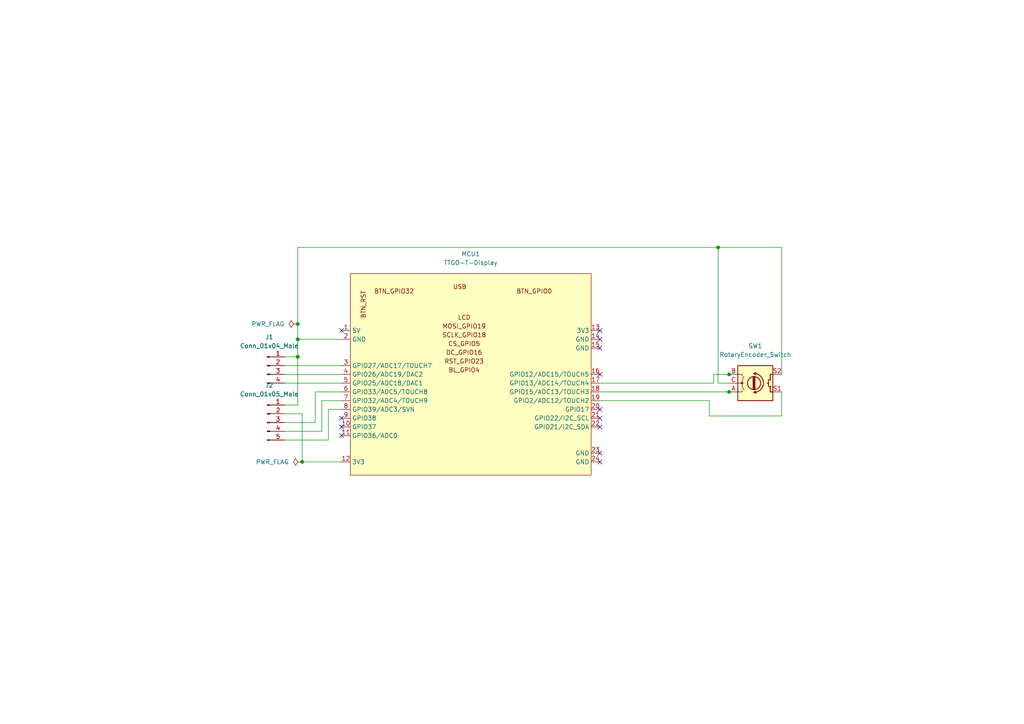
<source format=kicad_sch>
(kicad_sch (version 20211123) (generator eeschema)

  (uuid cb79251f-50f8-4e7e-943f-9d11b96f14f6)

  (paper "A4")

  (lib_symbols
    (symbol "Connector:Conn_01x04_Male" (pin_names (offset 1.016) hide) (in_bom yes) (on_board yes)
      (property "Reference" "J" (id 0) (at 0 5.08 0)
        (effects (font (size 1.27 1.27)))
      )
      (property "Value" "Conn_01x04_Male" (id 1) (at 0 -7.62 0)
        (effects (font (size 1.27 1.27)))
      )
      (property "Footprint" "" (id 2) (at 0 0 0)
        (effects (font (size 1.27 1.27)) hide)
      )
      (property "Datasheet" "~" (id 3) (at 0 0 0)
        (effects (font (size 1.27 1.27)) hide)
      )
      (property "ki_keywords" "connector" (id 4) (at 0 0 0)
        (effects (font (size 1.27 1.27)) hide)
      )
      (property "ki_description" "Generic connector, single row, 01x04, script generated (kicad-library-utils/schlib/autogen/connector/)" (id 5) (at 0 0 0)
        (effects (font (size 1.27 1.27)) hide)
      )
      (property "ki_fp_filters" "Connector*:*_1x??_*" (id 6) (at 0 0 0)
        (effects (font (size 1.27 1.27)) hide)
      )
      (symbol "Conn_01x04_Male_1_1"
        (polyline
          (pts
            (xy 1.27 -5.08)
            (xy 0.8636 -5.08)
          )
          (stroke (width 0.1524) (type default) (color 0 0 0 0))
          (fill (type none))
        )
        (polyline
          (pts
            (xy 1.27 -2.54)
            (xy 0.8636 -2.54)
          )
          (stroke (width 0.1524) (type default) (color 0 0 0 0))
          (fill (type none))
        )
        (polyline
          (pts
            (xy 1.27 0)
            (xy 0.8636 0)
          )
          (stroke (width 0.1524) (type default) (color 0 0 0 0))
          (fill (type none))
        )
        (polyline
          (pts
            (xy 1.27 2.54)
            (xy 0.8636 2.54)
          )
          (stroke (width 0.1524) (type default) (color 0 0 0 0))
          (fill (type none))
        )
        (rectangle (start 0.8636 -4.953) (end 0 -5.207)
          (stroke (width 0.1524) (type default) (color 0 0 0 0))
          (fill (type outline))
        )
        (rectangle (start 0.8636 -2.413) (end 0 -2.667)
          (stroke (width 0.1524) (type default) (color 0 0 0 0))
          (fill (type outline))
        )
        (rectangle (start 0.8636 0.127) (end 0 -0.127)
          (stroke (width 0.1524) (type default) (color 0 0 0 0))
          (fill (type outline))
        )
        (rectangle (start 0.8636 2.667) (end 0 2.413)
          (stroke (width 0.1524) (type default) (color 0 0 0 0))
          (fill (type outline))
        )
        (pin passive line (at 5.08 2.54 180) (length 3.81)
          (name "Pin_1" (effects (font (size 1.27 1.27))))
          (number "1" (effects (font (size 1.27 1.27))))
        )
        (pin passive line (at 5.08 0 180) (length 3.81)
          (name "Pin_2" (effects (font (size 1.27 1.27))))
          (number "2" (effects (font (size 1.27 1.27))))
        )
        (pin passive line (at 5.08 -2.54 180) (length 3.81)
          (name "Pin_3" (effects (font (size 1.27 1.27))))
          (number "3" (effects (font (size 1.27 1.27))))
        )
        (pin passive line (at 5.08 -5.08 180) (length 3.81)
          (name "Pin_4" (effects (font (size 1.27 1.27))))
          (number "4" (effects (font (size 1.27 1.27))))
        )
      )
    )
    (symbol "Connector:Conn_01x05_Male" (pin_names (offset 1.016) hide) (in_bom yes) (on_board yes)
      (property "Reference" "J" (id 0) (at 0 7.62 0)
        (effects (font (size 1.27 1.27)))
      )
      (property "Value" "Conn_01x05_Male" (id 1) (at 0 -7.62 0)
        (effects (font (size 1.27 1.27)))
      )
      (property "Footprint" "" (id 2) (at 0 0 0)
        (effects (font (size 1.27 1.27)) hide)
      )
      (property "Datasheet" "~" (id 3) (at 0 0 0)
        (effects (font (size 1.27 1.27)) hide)
      )
      (property "ki_keywords" "connector" (id 4) (at 0 0 0)
        (effects (font (size 1.27 1.27)) hide)
      )
      (property "ki_description" "Generic connector, single row, 01x05, script generated (kicad-library-utils/schlib/autogen/connector/)" (id 5) (at 0 0 0)
        (effects (font (size 1.27 1.27)) hide)
      )
      (property "ki_fp_filters" "Connector*:*_1x??_*" (id 6) (at 0 0 0)
        (effects (font (size 1.27 1.27)) hide)
      )
      (symbol "Conn_01x05_Male_1_1"
        (polyline
          (pts
            (xy 1.27 -5.08)
            (xy 0.8636 -5.08)
          )
          (stroke (width 0.1524) (type default) (color 0 0 0 0))
          (fill (type none))
        )
        (polyline
          (pts
            (xy 1.27 -2.54)
            (xy 0.8636 -2.54)
          )
          (stroke (width 0.1524) (type default) (color 0 0 0 0))
          (fill (type none))
        )
        (polyline
          (pts
            (xy 1.27 0)
            (xy 0.8636 0)
          )
          (stroke (width 0.1524) (type default) (color 0 0 0 0))
          (fill (type none))
        )
        (polyline
          (pts
            (xy 1.27 2.54)
            (xy 0.8636 2.54)
          )
          (stroke (width 0.1524) (type default) (color 0 0 0 0))
          (fill (type none))
        )
        (polyline
          (pts
            (xy 1.27 5.08)
            (xy 0.8636 5.08)
          )
          (stroke (width 0.1524) (type default) (color 0 0 0 0))
          (fill (type none))
        )
        (rectangle (start 0.8636 -4.953) (end 0 -5.207)
          (stroke (width 0.1524) (type default) (color 0 0 0 0))
          (fill (type outline))
        )
        (rectangle (start 0.8636 -2.413) (end 0 -2.667)
          (stroke (width 0.1524) (type default) (color 0 0 0 0))
          (fill (type outline))
        )
        (rectangle (start 0.8636 0.127) (end 0 -0.127)
          (stroke (width 0.1524) (type default) (color 0 0 0 0))
          (fill (type outline))
        )
        (rectangle (start 0.8636 2.667) (end 0 2.413)
          (stroke (width 0.1524) (type default) (color 0 0 0 0))
          (fill (type outline))
        )
        (rectangle (start 0.8636 5.207) (end 0 4.953)
          (stroke (width 0.1524) (type default) (color 0 0 0 0))
          (fill (type outline))
        )
        (pin passive line (at 5.08 5.08 180) (length 3.81)
          (name "Pin_1" (effects (font (size 1.27 1.27))))
          (number "1" (effects (font (size 1.27 1.27))))
        )
        (pin passive line (at 5.08 2.54 180) (length 3.81)
          (name "Pin_2" (effects (font (size 1.27 1.27))))
          (number "2" (effects (font (size 1.27 1.27))))
        )
        (pin passive line (at 5.08 0 180) (length 3.81)
          (name "Pin_3" (effects (font (size 1.27 1.27))))
          (number "3" (effects (font (size 1.27 1.27))))
        )
        (pin passive line (at 5.08 -2.54 180) (length 3.81)
          (name "Pin_4" (effects (font (size 1.27 1.27))))
          (number "4" (effects (font (size 1.27 1.27))))
        )
        (pin passive line (at 5.08 -5.08 180) (length 3.81)
          (name "Pin_5" (effects (font (size 1.27 1.27))))
          (number "5" (effects (font (size 1.27 1.27))))
        )
      )
    )
    (symbol "Device:RotaryEncoder_Switch" (pin_names (offset 0.254) hide) (in_bom yes) (on_board yes)
      (property "Reference" "SW" (id 0) (at 0 6.604 0)
        (effects (font (size 1.27 1.27)))
      )
      (property "Value" "RotaryEncoder_Switch" (id 1) (at 0 -6.604 0)
        (effects (font (size 1.27 1.27)))
      )
      (property "Footprint" "" (id 2) (at -3.81 4.064 0)
        (effects (font (size 1.27 1.27)) hide)
      )
      (property "Datasheet" "~" (id 3) (at 0 6.604 0)
        (effects (font (size 1.27 1.27)) hide)
      )
      (property "ki_keywords" "rotary switch encoder switch push button" (id 4) (at 0 0 0)
        (effects (font (size 1.27 1.27)) hide)
      )
      (property "ki_description" "Rotary encoder, dual channel, incremental quadrate outputs, with switch" (id 5) (at 0 0 0)
        (effects (font (size 1.27 1.27)) hide)
      )
      (property "ki_fp_filters" "RotaryEncoder*Switch*" (id 6) (at 0 0 0)
        (effects (font (size 1.27 1.27)) hide)
      )
      (symbol "RotaryEncoder_Switch_0_1"
        (rectangle (start -5.08 5.08) (end 5.08 -5.08)
          (stroke (width 0.254) (type default) (color 0 0 0 0))
          (fill (type background))
        )
        (circle (center -3.81 0) (radius 0.254)
          (stroke (width 0) (type default) (color 0 0 0 0))
          (fill (type outline))
        )
        (arc (start -0.381 -2.794) (mid 2.3622 -0.0508) (end -0.381 2.667)
          (stroke (width 0.254) (type default) (color 0 0 0 0))
          (fill (type none))
        )
        (circle (center -0.381 0) (radius 1.905)
          (stroke (width 0.254) (type default) (color 0 0 0 0))
          (fill (type none))
        )
        (polyline
          (pts
            (xy -0.635 -1.778)
            (xy -0.635 1.778)
          )
          (stroke (width 0.254) (type default) (color 0 0 0 0))
          (fill (type none))
        )
        (polyline
          (pts
            (xy -0.381 -1.778)
            (xy -0.381 1.778)
          )
          (stroke (width 0.254) (type default) (color 0 0 0 0))
          (fill (type none))
        )
        (polyline
          (pts
            (xy -0.127 1.778)
            (xy -0.127 -1.778)
          )
          (stroke (width 0.254) (type default) (color 0 0 0 0))
          (fill (type none))
        )
        (polyline
          (pts
            (xy 3.81 0)
            (xy 3.429 0)
          )
          (stroke (width 0.254) (type default) (color 0 0 0 0))
          (fill (type none))
        )
        (polyline
          (pts
            (xy 3.81 1.016)
            (xy 3.81 -1.016)
          )
          (stroke (width 0.254) (type default) (color 0 0 0 0))
          (fill (type none))
        )
        (polyline
          (pts
            (xy -5.08 -2.54)
            (xy -3.81 -2.54)
            (xy -3.81 -2.032)
          )
          (stroke (width 0) (type default) (color 0 0 0 0))
          (fill (type none))
        )
        (polyline
          (pts
            (xy -5.08 2.54)
            (xy -3.81 2.54)
            (xy -3.81 2.032)
          )
          (stroke (width 0) (type default) (color 0 0 0 0))
          (fill (type none))
        )
        (polyline
          (pts
            (xy 0.254 -3.048)
            (xy -0.508 -2.794)
            (xy 0.127 -2.413)
          )
          (stroke (width 0.254) (type default) (color 0 0 0 0))
          (fill (type none))
        )
        (polyline
          (pts
            (xy 0.254 2.921)
            (xy -0.508 2.667)
            (xy 0.127 2.286)
          )
          (stroke (width 0.254) (type default) (color 0 0 0 0))
          (fill (type none))
        )
        (polyline
          (pts
            (xy 5.08 -2.54)
            (xy 4.318 -2.54)
            (xy 4.318 -1.016)
          )
          (stroke (width 0.254) (type default) (color 0 0 0 0))
          (fill (type none))
        )
        (polyline
          (pts
            (xy 5.08 2.54)
            (xy 4.318 2.54)
            (xy 4.318 1.016)
          )
          (stroke (width 0.254) (type default) (color 0 0 0 0))
          (fill (type none))
        )
        (polyline
          (pts
            (xy -5.08 0)
            (xy -3.81 0)
            (xy -3.81 -1.016)
            (xy -3.302 -2.032)
          )
          (stroke (width 0) (type default) (color 0 0 0 0))
          (fill (type none))
        )
        (polyline
          (pts
            (xy -4.318 0)
            (xy -3.81 0)
            (xy -3.81 1.016)
            (xy -3.302 2.032)
          )
          (stroke (width 0) (type default) (color 0 0 0 0))
          (fill (type none))
        )
        (circle (center 4.318 -1.016) (radius 0.127)
          (stroke (width 0.254) (type default) (color 0 0 0 0))
          (fill (type none))
        )
        (circle (center 4.318 1.016) (radius 0.127)
          (stroke (width 0.254) (type default) (color 0 0 0 0))
          (fill (type none))
        )
      )
      (symbol "RotaryEncoder_Switch_1_1"
        (pin passive line (at -7.62 2.54 0) (length 2.54)
          (name "A" (effects (font (size 1.27 1.27))))
          (number "A" (effects (font (size 1.27 1.27))))
        )
        (pin passive line (at -7.62 -2.54 0) (length 2.54)
          (name "B" (effects (font (size 1.27 1.27))))
          (number "B" (effects (font (size 1.27 1.27))))
        )
        (pin passive line (at -7.62 0 0) (length 2.54)
          (name "C" (effects (font (size 1.27 1.27))))
          (number "C" (effects (font (size 1.27 1.27))))
        )
        (pin passive line (at 7.62 2.54 180) (length 2.54)
          (name "S1" (effects (font (size 1.27 1.27))))
          (number "S1" (effects (font (size 1.27 1.27))))
        )
        (pin passive line (at 7.62 -2.54 180) (length 2.54)
          (name "S2" (effects (font (size 1.27 1.27))))
          (number "S2" (effects (font (size 1.27 1.27))))
        )
      )
    )
    (symbol "TTGO_T_Display:TTGO-T-Display" (in_bom yes) (on_board yes)
      (property "Reference" "MCU" (id 0) (at 0 0 0)
        (effects (font (size 1.27 1.27)))
      )
      (property "Value" "TTGO-T-Display" (id 1) (at 0 2.54 0)
        (effects (font (size 1.27 1.27)))
      )
      (property "Footprint" "TTGO_T_Display:TTGO-T-Display" (id 2) (at 0 0 0)
        (effects (font (size 1.27 1.27)) hide)
      )
      (property "Datasheet" "" (id 3) (at 0 0 0)
        (effects (font (size 1.27 1.27)) hide)
      )
      (symbol "TTGO-T-Display_0_0"
        (text "BL_GPIO4" (at 1.27 -30.48 0)
          (effects (font (size 1.27 1.27)))
        )
        (text "BTN_GPIO0" (at 21.59 -7.62 0)
          (effects (font (size 1.27 1.27)))
        )
        (text "BTN_GPIO32" (at -19.05 -7.62 0)
          (effects (font (size 1.27 1.27)))
        )
        (text "BTN_RST" (at -27.94 -11.43 900)
          (effects (font (size 1.27 1.27)))
        )
        (text "CS_GPIO5" (at 1.27 -22.86 0)
          (effects (font (size 1.27 1.27)))
        )
        (text "DC_GPIO16" (at 1.27 -25.4 0)
          (effects (font (size 1.27 1.27)))
        )
        (text "LCD" (at 1.27 -15.24 0)
          (effects (font (size 1.27 1.27)))
        )
        (text "MOSI_GPIO19" (at 1.27 -17.78 0)
          (effects (font (size 1.27 1.27)))
        )
        (text "RST_GPIO23" (at 1.27 -27.94 0)
          (effects (font (size 1.27 1.27)))
        )
        (text "SCLK_GPIO18" (at 1.27 -20.32 0)
          (effects (font (size 1.27 1.27)))
        )
        (text "USB" (at 0 -6.35 0)
          (effects (font (size 1.27 1.27)))
        )
      )
      (symbol "TTGO-T-Display_0_1"
        (rectangle (start -31.75 -2.54) (end 38.1 -60.96)
          (stroke (width 0) (type default) (color 0 0 0 0))
          (fill (type background))
        )
      )
      (symbol "TTGO-T-Display_1_1"
        (pin power_in line (at -34.29 -19.05 0) (length 2.54)
          (name "5V" (effects (font (size 1.27 1.27))))
          (number "1" (effects (font (size 1.27 1.27))))
        )
        (pin bidirectional line (at -34.29 -46.99 0) (length 2.54)
          (name "GPIO37" (effects (font (size 1.27 1.27))))
          (number "10" (effects (font (size 1.27 1.27))))
        )
        (pin bidirectional line (at -34.29 -49.53 0) (length 2.54)
          (name "GPIO36/ADC0" (effects (font (size 1.27 1.27))))
          (number "11" (effects (font (size 1.27 1.27))))
        )
        (pin power_in line (at -34.29 -57.15 0) (length 2.54)
          (name "3V3" (effects (font (size 1.27 1.27))))
          (number "12" (effects (font (size 1.27 1.27))))
        )
        (pin power_in line (at 40.64 -19.05 180) (length 2.54)
          (name "3V3" (effects (font (size 1.27 1.27))))
          (number "13" (effects (font (size 1.27 1.27))))
        )
        (pin power_in line (at 40.64 -21.59 180) (length 2.54)
          (name "GND" (effects (font (size 1.27 1.27))))
          (number "14" (effects (font (size 1.27 1.27))))
        )
        (pin power_in line (at 40.64 -24.13 180) (length 2.54)
          (name "GND" (effects (font (size 1.27 1.27))))
          (number "15" (effects (font (size 1.27 1.27))))
        )
        (pin bidirectional line (at 40.64 -31.75 180) (length 2.54)
          (name "GPIO12/ADC15/TOUCH5" (effects (font (size 1.27 1.27))))
          (number "16" (effects (font (size 1.27 1.27))))
        )
        (pin bidirectional line (at 40.64 -34.29 180) (length 2.54)
          (name "GPIO13/ADC14/TOUCH4" (effects (font (size 1.27 1.27))))
          (number "17" (effects (font (size 1.27 1.27))))
        )
        (pin bidirectional line (at 40.64 -36.83 180) (length 2.54)
          (name "GPIO15/ADC13/TOUCH3" (effects (font (size 1.27 1.27))))
          (number "18" (effects (font (size 1.27 1.27))))
        )
        (pin bidirectional line (at 40.64 -39.37 180) (length 2.54)
          (name "GPIO2/ADC12/TOUCH2" (effects (font (size 1.27 1.27))))
          (number "19" (effects (font (size 1.27 1.27))))
        )
        (pin power_in line (at -34.29 -21.59 0) (length 2.54)
          (name "GND" (effects (font (size 1.27 1.27))))
          (number "2" (effects (font (size 1.27 1.27))))
        )
        (pin bidirectional line (at 40.64 -41.91 180) (length 2.54)
          (name "GPIO17" (effects (font (size 1.27 1.27))))
          (number "20" (effects (font (size 1.27 1.27))))
        )
        (pin bidirectional line (at 40.64 -44.45 180) (length 2.54)
          (name "GPIO22/I2C_SCL" (effects (font (size 1.27 1.27))))
          (number "21" (effects (font (size 1.27 1.27))))
        )
        (pin bidirectional line (at 40.64 -46.99 180) (length 2.54)
          (name "GPIO21/I2C_SDA" (effects (font (size 1.27 1.27))))
          (number "22" (effects (font (size 1.27 1.27))))
        )
        (pin power_in line (at 40.64 -54.61 180) (length 2.54)
          (name "GND" (effects (font (size 1.27 1.27))))
          (number "23" (effects (font (size 1.27 1.27))))
        )
        (pin power_in line (at 40.64 -57.15 180) (length 2.54)
          (name "GND" (effects (font (size 1.27 1.27))))
          (number "24" (effects (font (size 1.27 1.27))))
        )
        (pin bidirectional line (at -34.29 -29.21 0) (length 2.54)
          (name "GPIO27/ADC17/TOUCH7" (effects (font (size 1.27 1.27))))
          (number "3" (effects (font (size 1.27 1.27))))
        )
        (pin bidirectional line (at -34.29 -31.75 0) (length 2.54)
          (name "GPIO26/ADC19/DAC2" (effects (font (size 1.27 1.27))))
          (number "4" (effects (font (size 1.27 1.27))))
        )
        (pin bidirectional line (at -34.29 -34.29 0) (length 2.54)
          (name "GPIO25/ADC18/DAC1" (effects (font (size 1.27 1.27))))
          (number "5" (effects (font (size 1.27 1.27))))
        )
        (pin bidirectional line (at -34.29 -36.83 0) (length 2.54)
          (name "GPIO33/ADC5/TOUCH8" (effects (font (size 1.27 1.27))))
          (number "6" (effects (font (size 1.27 1.27))))
        )
        (pin bidirectional line (at -34.29 -39.37 0) (length 2.54)
          (name "GPIO32/ADC4/TOUCH9" (effects (font (size 1.27 1.27))))
          (number "7" (effects (font (size 1.27 1.27))))
        )
        (pin bidirectional line (at -34.29 -41.91 0) (length 2.54)
          (name "GPIO39/ADC3/SVN" (effects (font (size 1.27 1.27))))
          (number "8" (effects (font (size 1.27 1.27))))
        )
        (pin bidirectional line (at -34.29 -44.45 0) (length 2.54)
          (name "GPIO38" (effects (font (size 1.27 1.27))))
          (number "9" (effects (font (size 1.27 1.27))))
        )
      )
    )
    (symbol "power:PWR_FLAG" (power) (pin_numbers hide) (pin_names (offset 0) hide) (in_bom yes) (on_board yes)
      (property "Reference" "#FLG" (id 0) (at 0 1.905 0)
        (effects (font (size 1.27 1.27)) hide)
      )
      (property "Value" "PWR_FLAG" (id 1) (at 0 3.81 0)
        (effects (font (size 1.27 1.27)))
      )
      (property "Footprint" "" (id 2) (at 0 0 0)
        (effects (font (size 1.27 1.27)) hide)
      )
      (property "Datasheet" "~" (id 3) (at 0 0 0)
        (effects (font (size 1.27 1.27)) hide)
      )
      (property "ki_keywords" "power-flag" (id 4) (at 0 0 0)
        (effects (font (size 1.27 1.27)) hide)
      )
      (property "ki_description" "Special symbol for telling ERC where power comes from" (id 5) (at 0 0 0)
        (effects (font (size 1.27 1.27)) hide)
      )
      (symbol "PWR_FLAG_0_0"
        (pin power_out line (at 0 0 90) (length 0)
          (name "pwr" (effects (font (size 1.27 1.27))))
          (number "1" (effects (font (size 1.27 1.27))))
        )
      )
      (symbol "PWR_FLAG_0_1"
        (polyline
          (pts
            (xy 0 0)
            (xy 0 1.27)
            (xy -1.016 1.905)
            (xy 0 2.54)
            (xy 1.016 1.905)
            (xy 0 1.27)
          )
          (stroke (width 0) (type default) (color 0 0 0 0))
          (fill (type none))
        )
      )
    )
  )

  (junction (at 211.455 113.665) (diameter 0) (color 0 0 0 0)
    (uuid 022b44bf-f02a-482c-88b4-082cce02d831)
  )
  (junction (at 86.36 93.98) (diameter 0) (color 0 0 0 0)
    (uuid 8d7b8531-385a-4be5-813b-73790f2e63c1)
  )
  (junction (at 208.28 71.755) (diameter 0) (color 0 0 0 0)
    (uuid 8df44332-a6eb-4172-a745-6b18f13c368e)
  )
  (junction (at 86.36 98.425) (diameter 0) (color 0 0 0 0)
    (uuid 9edf60e6-a1bc-4461-b981-4d5bd0b2ab92)
  )
  (junction (at 87.63 133.985) (diameter 0) (color 0 0 0 0)
    (uuid a8c82aeb-fd88-4ce2-ae5e-8ccee91302f1)
  )
  (junction (at 86.36 103.505) (diameter 0) (color 0 0 0 0)
    (uuid c9237b6c-b954-49d3-9bef-6a8a399b1838)
  )
  (junction (at 211.455 108.585) (diameter 0) (color 0 0 0 0)
    (uuid f46af72d-71f4-40aa-a7bb-416ddeaa9383)
  )

  (no_connect (at 173.99 133.985) (uuid d2e63c54-0be8-4839-a89e-fc209675935f))
  (no_connect (at 99.06 126.365) (uuid d2e63c54-0be8-4839-a89e-fc209675935f))
  (no_connect (at 99.06 123.825) (uuid d2e63c54-0be8-4839-a89e-fc209675935f))
  (no_connect (at 99.06 121.285) (uuid d2e63c54-0be8-4839-a89e-fc209675935f))
  (no_connect (at 173.99 95.885) (uuid d2e63c54-0be8-4839-a89e-fc209675935f))
  (no_connect (at 99.06 95.885) (uuid d2e63c54-0be8-4839-a89e-fc209675935f))
  (no_connect (at 173.99 108.585) (uuid d2e63c54-0be8-4839-a89e-fc209675935f))
  (no_connect (at 173.99 98.425) (uuid d2e63c54-0be8-4839-a89e-fc209675935f))
  (no_connect (at 173.99 100.965) (uuid d2e63c54-0be8-4839-a89e-fc209675935f))
  (no_connect (at 173.99 118.745) (uuid d2e63c54-0be8-4839-a89e-fc209675935f))
  (no_connect (at 173.99 121.285) (uuid d2e63c54-0be8-4839-a89e-fc209675935f))
  (no_connect (at 173.99 123.825) (uuid d2e63c54-0be8-4839-a89e-fc209675935f))
  (no_connect (at 173.99 131.445) (uuid d2e63c54-0be8-4839-a89e-fc209675935f))

  (wire (pts (xy 82.55 127.635) (xy 95.25 127.635))
    (stroke (width 0) (type default) (color 0 0 0 0))
    (uuid 007b20cc-cb6a-4563-8002-7484c78f282d)
  )
  (wire (pts (xy 211.455 108.585) (xy 212.09 108.585))
    (stroke (width 0) (type default) (color 0 0 0 0))
    (uuid 09159498-c025-435e-9a52-df16f26dc7ca)
  )
  (wire (pts (xy 173.99 116.205) (xy 205.74 116.205))
    (stroke (width 0) (type default) (color 0 0 0 0))
    (uuid 0a6e3c06-4953-468c-a374-be46542396b0)
  )
  (wire (pts (xy 87.63 133.985) (xy 99.06 133.985))
    (stroke (width 0) (type default) (color 0 0 0 0))
    (uuid 10c84082-c56b-48c6-aff0-7ef11100fee7)
  )
  (wire (pts (xy 226.695 108.585) (xy 226.695 71.755))
    (stroke (width 0) (type default) (color 0 0 0 0))
    (uuid 18803cae-7e76-45f1-8373-fbd2700eed5a)
  )
  (wire (pts (xy 91.44 122.555) (xy 91.44 113.665))
    (stroke (width 0) (type default) (color 0 0 0 0))
    (uuid 18bfe7b0-a269-4635-b77c-b3bf43edefe6)
  )
  (wire (pts (xy 173.99 113.665) (xy 211.455 113.665))
    (stroke (width 0) (type default) (color 0 0 0 0))
    (uuid 19aa8e20-0f6c-4866-9144-a644b0918973)
  )
  (wire (pts (xy 87.63 120.015) (xy 87.63 133.985))
    (stroke (width 0) (type default) (color 0 0 0 0))
    (uuid 1dd122ba-fdf5-4e39-8083-16e80ecfc01b)
  )
  (wire (pts (xy 86.36 103.505) (xy 86.36 117.475))
    (stroke (width 0) (type default) (color 0 0 0 0))
    (uuid 2d343401-d8b1-47c0-8cc2-770d8d9b8acb)
  )
  (wire (pts (xy 208.28 71.755) (xy 86.36 71.755))
    (stroke (width 0) (type default) (color 0 0 0 0))
    (uuid 3b3b9416-275f-45c6-8b8e-48b3ed027067)
  )
  (wire (pts (xy 205.74 116.205) (xy 205.74 120.65))
    (stroke (width 0) (type default) (color 0 0 0 0))
    (uuid 497dfbcb-9f85-486d-8048-463e6fc444c5)
  )
  (wire (pts (xy 207.01 111.125) (xy 207.01 108.585))
    (stroke (width 0) (type default) (color 0 0 0 0))
    (uuid 5707d82b-31b4-4ee7-a829-66b514467353)
  )
  (wire (pts (xy 86.36 93.98) (xy 86.36 98.425))
    (stroke (width 0) (type default) (color 0 0 0 0))
    (uuid 5d693f7c-c394-4bed-9a05-bb418bd9caa2)
  )
  (wire (pts (xy 173.99 111.125) (xy 207.01 111.125))
    (stroke (width 0) (type default) (color 0 0 0 0))
    (uuid 5ecbfe20-d7b8-4bab-904d-f1833687187c)
  )
  (wire (pts (xy 86.36 71.755) (xy 86.36 93.98))
    (stroke (width 0) (type default) (color 0 0 0 0))
    (uuid 6071681c-8ef6-4eb3-8698-e10df4efe41c)
  )
  (wire (pts (xy 82.55 125.095) (xy 93.345 125.095))
    (stroke (width 0) (type default) (color 0 0 0 0))
    (uuid 6092f54c-0276-428e-b1e5-d46ff0b14597)
  )
  (wire (pts (xy 211.455 111.125) (xy 208.28 111.125))
    (stroke (width 0) (type default) (color 0 0 0 0))
    (uuid 6cd3dd6b-7adc-4120-8922-12a723eea361)
  )
  (wire (pts (xy 95.25 118.745) (xy 99.06 118.745))
    (stroke (width 0) (type default) (color 0 0 0 0))
    (uuid 735a3f1e-3b48-4f0b-95f4-804bde7ccaf1)
  )
  (wire (pts (xy 82.55 111.125) (xy 99.06 111.125))
    (stroke (width 0) (type default) (color 0 0 0 0))
    (uuid 776f1331-d866-4828-afaa-53e044bd3415)
  )
  (wire (pts (xy 226.695 71.755) (xy 208.28 71.755))
    (stroke (width 0) (type default) (color 0 0 0 0))
    (uuid 81c914ba-2cd9-42a8-b4a9-44a09c738ffb)
  )
  (wire (pts (xy 211.455 113.665) (xy 212.09 113.665))
    (stroke (width 0) (type default) (color 0 0 0 0))
    (uuid 8aeb7c5f-2515-47b1-87a6-409c12c2f73b)
  )
  (wire (pts (xy 86.36 98.425) (xy 86.36 103.505))
    (stroke (width 0) (type default) (color 0 0 0 0))
    (uuid 90305031-9ed2-4c44-b85b-435de48693db)
  )
  (wire (pts (xy 95.25 127.635) (xy 95.25 118.745))
    (stroke (width 0) (type default) (color 0 0 0 0))
    (uuid 9518889b-b32f-4745-9626-932b858dd36a)
  )
  (wire (pts (xy 207.01 108.585) (xy 211.455 108.585))
    (stroke (width 0) (type default) (color 0 0 0 0))
    (uuid a2417099-5c85-4908-8107-c0cea13e2635)
  )
  (wire (pts (xy 82.55 122.555) (xy 91.44 122.555))
    (stroke (width 0) (type default) (color 0 0 0 0))
    (uuid a4ec9174-417e-434a-8897-2b2ccad28809)
  )
  (wire (pts (xy 82.55 103.505) (xy 86.36 103.505))
    (stroke (width 0) (type default) (color 0 0 0 0))
    (uuid ab2c1c2e-b741-4c3c-a51a-2713cb0225b1)
  )
  (wire (pts (xy 82.55 106.045) (xy 99.06 106.045))
    (stroke (width 0) (type default) (color 0 0 0 0))
    (uuid b071ba48-ff4b-4b71-8bc1-625a453032e6)
  )
  (wire (pts (xy 91.44 113.665) (xy 99.06 113.665))
    (stroke (width 0) (type default) (color 0 0 0 0))
    (uuid b638192a-55a8-4daf-93b8-2eb063deadab)
  )
  (wire (pts (xy 226.695 120.65) (xy 226.695 113.665))
    (stroke (width 0) (type default) (color 0 0 0 0))
    (uuid b663954c-829e-4513-ac16-8651ce2a0ab0)
  )
  (wire (pts (xy 82.55 108.585) (xy 99.06 108.585))
    (stroke (width 0) (type default) (color 0 0 0 0))
    (uuid b6e3d4bb-22d5-43d9-8248-be6b7b3ab865)
  )
  (wire (pts (xy 86.36 117.475) (xy 82.55 117.475))
    (stroke (width 0) (type default) (color 0 0 0 0))
    (uuid bd3c189e-726d-4e91-94b4-c7e57328b369)
  )
  (wire (pts (xy 208.28 111.125) (xy 208.28 71.755))
    (stroke (width 0) (type default) (color 0 0 0 0))
    (uuid c322391e-521f-454d-9b8c-1b20e6836a90)
  )
  (wire (pts (xy 93.345 116.205) (xy 99.06 116.205))
    (stroke (width 0) (type default) (color 0 0 0 0))
    (uuid cac632d7-21ec-4226-8f0b-bef93dbaaeb0)
  )
  (wire (pts (xy 205.74 120.65) (xy 226.695 120.65))
    (stroke (width 0) (type default) (color 0 0 0 0))
    (uuid d2464282-5b2c-429d-bd7b-7a423b9560ff)
  )
  (wire (pts (xy 93.345 125.095) (xy 93.345 116.205))
    (stroke (width 0) (type default) (color 0 0 0 0))
    (uuid df967d85-0fc1-4808-994f-64d05b9f4e5d)
  )
  (wire (pts (xy 82.55 120.015) (xy 87.63 120.015))
    (stroke (width 0) (type default) (color 0 0 0 0))
    (uuid df9eb12e-d0e1-4e90-8c94-9d1dc24c3f45)
  )
  (wire (pts (xy 99.06 98.425) (xy 86.36 98.425))
    (stroke (width 0) (type default) (color 0 0 0 0))
    (uuid fbe525d7-eb4f-4292-b9ae-6ddbf682be5f)
  )

  (symbol (lib_id "Connector:Conn_01x05_Male") (at 77.47 122.555 0) (unit 1)
    (in_bom yes) (on_board yes) (fields_autoplaced)
    (uuid 257d494f-b561-47f9-a233-75dd7cf2a132)
    (property "Reference" "J2" (id 0) (at 78.105 111.76 0))
    (property "Value" "Conn_01x05_Male" (id 1) (at 78.105 114.3 0))
    (property "Footprint" "Connector_PinHeader_2.54mm:PinHeader_1x05_P2.54mm_Vertical" (id 2) (at 77.47 122.555 0)
      (effects (font (size 1.27 1.27)) hide)
    )
    (property "Datasheet" "~" (id 3) (at 77.47 122.555 0)
      (effects (font (size 1.27 1.27)) hide)
    )
    (pin "1" (uuid 6df0b913-58dd-425c-8b37-a3c6e786f45c))
    (pin "2" (uuid 24f9f3a2-be32-4cea-9720-6372ef2a1434))
    (pin "3" (uuid 534ef121-7401-415b-adf6-097d3248b40d))
    (pin "4" (uuid 54f1cf75-62ae-427d-9d36-216ee079b2ac))
    (pin "5" (uuid edbae3d5-89ba-46e5-a0cd-a5822df5c195))
  )

  (symbol (lib_id "Connector:Conn_01x04_Male") (at 77.47 106.045 0) (unit 1)
    (in_bom yes) (on_board yes) (fields_autoplaced)
    (uuid 8332f768-c439-4272-babb-f5d4e04ea9d7)
    (property "Reference" "J1" (id 0) (at 78.105 97.79 0))
    (property "Value" "Conn_01x04_Male" (id 1) (at 78.105 100.33 0))
    (property "Footprint" "Connector_PinHeader_2.54mm:PinHeader_1x04_P2.54mm_Vertical" (id 2) (at 77.47 106.045 0)
      (effects (font (size 1.27 1.27)) hide)
    )
    (property "Datasheet" "~" (id 3) (at 77.47 106.045 0)
      (effects (font (size 1.27 1.27)) hide)
    )
    (pin "1" (uuid 5beb8080-fc05-4392-8198-af6ed12dca44))
    (pin "2" (uuid af74cb1f-8976-47e6-abe2-fc977cecff97))
    (pin "3" (uuid bbb30e71-a50b-4b4f-b0dd-d14f1800ba78))
    (pin "4" (uuid ea68dd5d-b6a2-42f5-9093-7410239e52fb))
  )

  (symbol (lib_id "TTGO_T_Display:TTGO-T-Display") (at 133.35 76.835 0) (unit 1)
    (in_bom yes) (on_board yes) (fields_autoplaced)
    (uuid a68f2791-9de1-4a1c-a8e3-941f192d7931)
    (property "Reference" "MCU1" (id 0) (at 136.525 73.66 0))
    (property "Value" "TTGO-T-Display" (id 1) (at 136.525 76.2 0))
    (property "Footprint" "TTGO_T_Display:TTGO-T-Display" (id 2) (at 133.35 76.835 0)
      (effects (font (size 1.27 1.27)) hide)
    )
    (property "Datasheet" "" (id 3) (at 133.35 76.835 0)
      (effects (font (size 1.27 1.27)) hide)
    )
    (pin "1" (uuid 1dc4424c-a8b6-497a-ad47-d78556b59530))
    (pin "10" (uuid d83549d0-73bf-4ba0-b95f-b9ac5ea404c4))
    (pin "11" (uuid 29e59bef-9219-44fa-8fd1-fd08b7ff26ba))
    (pin "12" (uuid f057d6be-1b1a-43dd-972d-e223fb85254e))
    (pin "13" (uuid 401f5a60-b01f-492e-a0bc-d4961364acfc))
    (pin "14" (uuid 7aae7597-6fbe-437d-8db4-38a4c3511768))
    (pin "15" (uuid 1f2dec16-0278-4ee6-95a0-9d762ea313cf))
    (pin "16" (uuid e9920015-a6aa-452e-aacb-2cb5df34ebb2))
    (pin "17" (uuid 20c3fe21-f2f2-4b23-a5eb-79a1edc88e43))
    (pin "18" (uuid 38276c8c-cba1-4803-a437-f0a707eef1a4))
    (pin "19" (uuid 111fc985-a506-473c-a5e0-382cdad136b4))
    (pin "2" (uuid 56a68407-5c0b-4893-b62a-b0a79bf002a4))
    (pin "20" (uuid f84c66a8-b8a6-4b24-ad55-c651cd9e238b))
    (pin "21" (uuid a20e54da-8c5b-4425-89ad-7e6d5778a794))
    (pin "22" (uuid 39eb0f24-4782-4c7f-b64b-951df47c8501))
    (pin "23" (uuid de0b19a0-bce9-4b38-8e14-6beb214d16a5))
    (pin "24" (uuid 76b38ca6-a931-4109-8ff0-dbfe97f91c94))
    (pin "3" (uuid de6308ed-efc4-419d-b66a-0b36cca19adb))
    (pin "4" (uuid f3ccfad8-02d0-4bd1-9136-3d62aab4db37))
    (pin "5" (uuid 16a0c4f8-1d26-4be5-b8b6-988d847edce2))
    (pin "6" (uuid c62109d4-e270-4896-b1b3-3c9d7e8a529e))
    (pin "7" (uuid 867d28c5-ab80-46e6-b3b6-4a5ee70e9e44))
    (pin "8" (uuid ddbd5a3c-c493-47af-8d97-9b42b2ab221b))
    (pin "9" (uuid f3cb5ae2-3d33-4b14-93b6-0916f2ec5030))
  )

  (symbol (lib_id "Device:RotaryEncoder_Switch") (at 219.075 111.125 0) (mirror x) (unit 1)
    (in_bom yes) (on_board yes) (fields_autoplaced)
    (uuid a938a5e4-a8b0-49ec-9c35-2709eca1dd4e)
    (property "Reference" "SW1" (id 0) (at 219.075 100.33 0))
    (property "Value" "RotaryEncoder_Switch" (id 1) (at 219.075 102.87 0))
    (property "Footprint" "Rotary_Encoder:RotaryEncoder_Alps_EC12E-Switch_Vertical_H20mm" (id 2) (at 215.265 115.189 0)
      (effects (font (size 1.27 1.27)) hide)
    )
    (property "Datasheet" "~" (id 3) (at 219.075 117.729 0)
      (effects (font (size 1.27 1.27)) hide)
    )
    (pin "A" (uuid f46bcfbf-28a5-462d-bef9-112e7d50b7cd))
    (pin "B" (uuid 753c6b9d-95f1-4dfe-b5aa-5aa282cd79eb))
    (pin "C" (uuid fbbc2f02-250c-4ff8-bb23-7329c5d9286d))
    (pin "S1" (uuid c1f66339-94f6-46dc-bc89-aaec0b0f8cf1))
    (pin "S2" (uuid dd5bed3e-1944-4ad8-ac88-05e6805b9c7c))
  )

  (symbol (lib_id "power:PWR_FLAG") (at 87.63 133.985 90) (unit 1)
    (in_bom yes) (on_board yes)
    (uuid b8beb95f-f6a1-46e1-a8d7-aff983dc5995)
    (property "Reference" "#FLG02" (id 0) (at 85.725 133.985 0)
      (effects (font (size 1.27 1.27)) hide)
    )
    (property "Value" "PWR_FLAG" (id 1) (at 83.82 133.9851 90)
      (effects (font (size 1.27 1.27)) (justify left))
    )
    (property "Footprint" "" (id 2) (at 87.63 133.985 0)
      (effects (font (size 1.27 1.27)) hide)
    )
    (property "Datasheet" "~" (id 3) (at 87.63 133.985 0)
      (effects (font (size 1.27 1.27)) hide)
    )
    (pin "1" (uuid 4d376e54-31f8-4c0f-8422-644eae86ab29))
  )

  (symbol (lib_id "power:PWR_FLAG") (at 86.36 93.98 90) (unit 1)
    (in_bom yes) (on_board yes) (fields_autoplaced)
    (uuid be79c22d-302c-4b8c-89c1-949de93ce9ed)
    (property "Reference" "#FLG01" (id 0) (at 84.455 93.98 0)
      (effects (font (size 1.27 1.27)) hide)
    )
    (property "Value" "PWR_FLAG" (id 1) (at 82.55 93.9799 90)
      (effects (font (size 1.27 1.27)) (justify left))
    )
    (property "Footprint" "" (id 2) (at 86.36 93.98 0)
      (effects (font (size 1.27 1.27)) hide)
    )
    (property "Datasheet" "~" (id 3) (at 86.36 93.98 0)
      (effects (font (size 1.27 1.27)) hide)
    )
    (pin "1" (uuid 81982da2-3fea-4a1a-9b67-e75efb270831))
  )

  (sheet_instances
    (path "/" (page "1"))
  )

  (symbol_instances
    (path "/be79c22d-302c-4b8c-89c1-949de93ce9ed"
      (reference "#FLG01") (unit 1) (value "PWR_FLAG") (footprint "")
    )
    (path "/b8beb95f-f6a1-46e1-a8d7-aff983dc5995"
      (reference "#FLG02") (unit 1) (value "PWR_FLAG") (footprint "")
    )
    (path "/8332f768-c439-4272-babb-f5d4e04ea9d7"
      (reference "J1") (unit 1) (value "Conn_01x04_Male") (footprint "Connector_PinHeader_2.54mm:PinHeader_1x04_P2.54mm_Vertical")
    )
    (path "/257d494f-b561-47f9-a233-75dd7cf2a132"
      (reference "J2") (unit 1) (value "Conn_01x05_Male") (footprint "Connector_PinHeader_2.54mm:PinHeader_1x05_P2.54mm_Vertical")
    )
    (path "/a68f2791-9de1-4a1c-a8e3-941f192d7931"
      (reference "MCU1") (unit 1) (value "TTGO-T-Display") (footprint "TTGO_T_Display:TTGO-T-Display")
    )
    (path "/a938a5e4-a8b0-49ec-9c35-2709eca1dd4e"
      (reference "SW1") (unit 1) (value "RotaryEncoder_Switch") (footprint "Rotary_Encoder:RotaryEncoder_Alps_EC12E-Switch_Vertical_H20mm")
    )
  )
)

</source>
